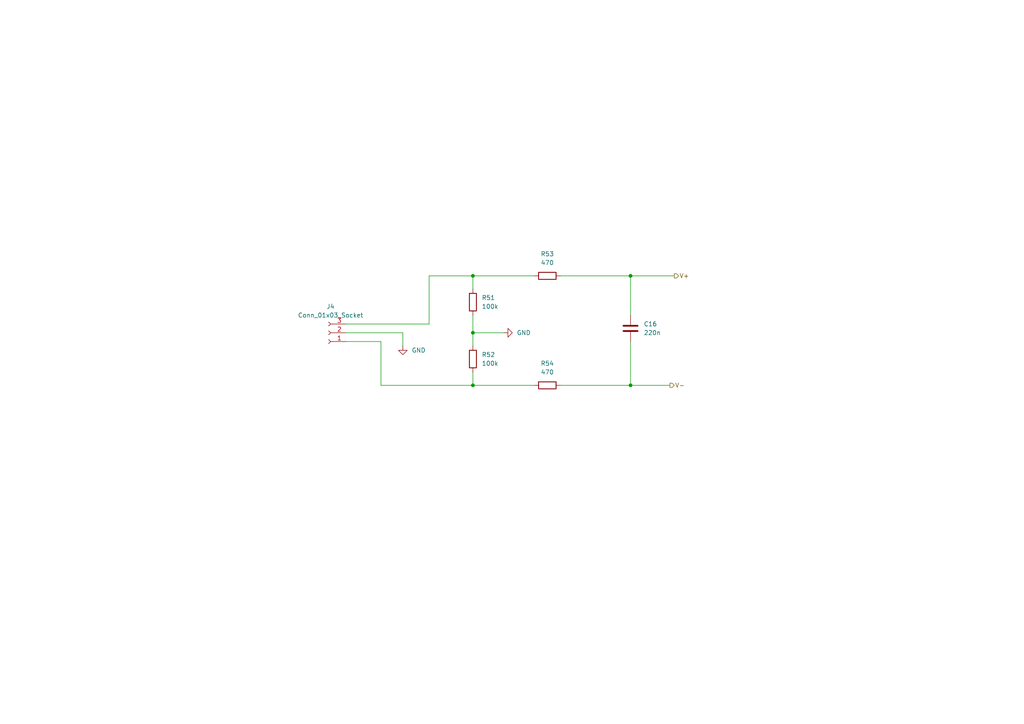
<source format=kicad_sch>
(kicad_sch (version 20230121) (generator eeschema)
  (paper "A4")
  (lib_symbols
    (symbol "Connector:Conn_01x03_Socket" (pin_names (offset 1.016) hide)
      (property "Reference" "J" (at 0 5.08 0))
      (property "Value" "Conn_01x03_Socket" (at 0 -5.08 0))
      (symbol "Conn_01x03_Socket_1_1"
        (arc (start 0 -2.032) (mid -0.5058 -2.54) (end 0 -3.048) (stroke (width 0.1524)))
        (polyline (pts (xy -1.27 -2.54) (xy -0.508 -2.54)) (stroke (width 0.1524)))
        (polyline (pts (xy -1.27 0) (xy -0.508 0)) (stroke (width 0.1524)))
        (polyline (pts (xy -1.27 2.54) (xy -0.508 2.54)) (stroke (width 0.1524)))
        (arc (start 0 0.508) (mid -0.5058 0) (end 0 -0.508) (stroke (width 0.1524)))
        (arc (start 0 3.048) (mid -0.5058 2.54) (end 0 2.032) (stroke (width 0.1524)))
        (pin passive line (at -5.08 2.54 0) (length 3.81) (name "Pin_1") (number "1"))
        (pin passive line (at -5.08 0 0) (length 3.81) (name "Pin_2") (number "2"))
        (pin passive line (at -5.08 -2.54 0) (length 3.81) (name "Pin_3") (number "3"))
      )
    )
    (symbol "Device:C" (pin_numbers hide) (pin_names (offset 0.254))
      (property "Reference" "C" (at 0.635 2.54 0))
      (property "Value" "C" (at 0.635 -2.54 0))
      (symbol "C_0_1"
        (polyline (pts (xy -2.032 -0.762) (xy 2.032 -0.762)) (stroke (width 0.508)))
        (polyline (pts (xy -2.032 0.762) (xy 2.032 0.762)) (stroke (width 0.508)))
      )
      (symbol "C_1_1"
        (pin passive line (at 0 3.81 270) (length 2.794) (name "~") (number "1"))
        (pin passive line (at 0 -3.81 90) (length 2.794) (name "~") (number "2"))
      )
    )
    (symbol "Device:R" (pin_numbers hide) (pin_names (offset 0))
      (property "Reference" "R" (at 2.032 0 90))
      (property "Value" "R" (at 0 0 90))
      (symbol "R_0_1"
        (rectangle (start -1.016 -2.54) (end 1.016 2.54) (stroke (width 0.254)))
      )
      (symbol "R_1_1"
        (pin passive line (at 0 3.81 270) (length 1.27) (name "~") (number "1"))
        (pin passive line (at 0 -3.81 90) (length 1.27) (name "~") (number "2"))
      )
    )
    (symbol "power:GND" (power) (pin_names (offset 0))
      (property "Value" "GND" (at 0 -3.81 0))
      (symbol "GND_0_1"
        (polyline (pts (xy 0 0) (xy 0 -1.27) (xy 1.27 -1.27) (xy 0 -2.54) (xy -1.27 -1.27) (xy 0 -1.27)))
      )
      (symbol "GND_1_1"
        (pin power_in line (at 0 0 270) (length 0) hide (name "GND") (number "1"))
      )
    )
  )
  (junction (at 182.88 111.76))
  (junction (at 182.88 80.01))
  (junction (at 137.16 111.76))
  (junction (at 137.16 80.01))
  (junction (at 137.16 96.52))
  (wire (pts (xy 137.16 83.82) (xy 137.16 80.01)))
  (wire (pts (xy 137.16 96.52) (xy 137.16 100.33)))
  (wire (pts (xy 100.33 93.98) (xy 124.46 93.98)))
  (wire (pts (xy 100.33 96.52) (xy 116.84 96.52)))
  (wire (pts (xy 124.46 93.98) (xy 124.46 80.01)))
  (wire (pts (xy 116.84 96.52) (xy 116.84 100.33)))
  (wire (pts (xy 162.56 111.76) (xy 182.88 111.76)))
  (wire (pts (xy 137.16 91.44) (xy 137.16 96.52)))
  (wire (pts (xy 182.88 80.01) (xy 162.56 80.01)))
  (wire (pts (xy 137.16 96.52) (xy 146.05 96.52)))
  (wire (pts (xy 137.16 111.76) (xy 154.94 111.76)))
  (wire (pts (xy 182.88 80.01) (xy 195.58 80.01)))
  (wire (pts (xy 182.88 91.44) (xy 182.88 80.01)))
  (wire (pts (xy 182.88 111.76) (xy 182.88 99.06)))
  (wire (pts (xy 124.46 80.01) (xy 137.16 80.01)))
  (wire (pts (xy 137.16 107.95) (xy 137.16 111.76)))
  (wire (pts (xy 182.88 111.76) (xy 194.31 111.76)))
  (wire (pts (xy 100.33 99.06) (xy 110.49 99.06)))
  (wire (pts (xy 137.16 80.01) (xy 154.94 80.01)))
  (wire (pts (xy 110.49 111.76) (xy 110.49 99.06)))
  (wire (pts (xy 110.49 111.76) (xy 137.16 111.76)))
  (hierarchical_label "V+" (shape output) (at 195.58 80.01 0))
  (hierarchical_label "V-" (shape output) (at 194.31 111.76 0))
  (symbol (lib_id "Device:C") (at 182.88 95.25 0) (unit 1)
    (property "Reference" "C16" (at 186.69 93.9799 0) (effects (justify left)))
    (property "Value" "220n" (at 186.69 96.5199 0) (effects (justify left)))
    (property "Footprint" "Capacitor_SMD:C_0603_1608Metric_Pad1.08x0.95mm_HandSolder" (effects hide))
    (property "Description" "X7R, 16V" (effects hide))
    (property "MANUFACTURER" "TDK" (effects hide))
    (property "MP" "CGA3E3X7R1H224K080AB" (effects hide))
    (instances (project "Seismometer" (path "" (reference "C16") (unit 1)) (path "" (reference "C17") (unit 1)) (path "" (reference "C18") (unit 1))))
  )
  (symbol (lib_id "Device:R") (at 137.16 87.63 180) (unit 1)
    (property "Reference" "R51" (at 139.7 86.3599 0) (effects (justify right)))
    (property "Value" "100k" (at 139.7 88.8999 0) (effects (justify right)))
    (property "Footprint" "Resistor_SMD:R_0603_1608Metric" (effects hide))
    (property "MANUFACTURER" "VISHAY" (effects hide))
    (property "MP" "CRCW0603100KFKEA" (effects hide))
    (instances (project "Seismometer" (path "" (reference "R51") (unit 1)) (path "" (reference "R55") (unit 1)) (path "" (reference "R59") (unit 1))))
  )
  (symbol (lib_id "Connector:Conn_01x03_Socket") (at 95.25 96.52 180) (unit 1)
    (property "Reference" "J4" (at 95.885 88.9 0))
    (property "Value" "Conn_01x03_Socket" (at 95.885 91.44 0))
    (property "Footprint" "Connector_PinHeader_2.54mm:PinHeader_1x03_P2.54mm_Horizontal" (effects hide))
    (property "Description" "2.54mm right angle pin headers" (effects hide))
    (property "MANUFACTURER" "MOLEX" (effects hide))
    (property "MP" "22-12-4032" (effects hide))
    (instances (project "Seismometer" (path "" (reference "J4") (unit 1)) (path "" (reference "J5") (unit 1)) (path "" (reference "J6") (unit 1))))
  )
  (symbol (lib_id "Device:R") (at 137.16 104.14 180) (unit 1)
    (property "Reference" "R52" (at 139.7 102.87 0) (effects (justify right)))
    (property "Value" "100k" (at 139.7 105.41 0) (effects (justify right)))
    (property "Footprint" "Resistor_SMD:R_0603_1608Metric" (effects hide))
    (property "MANUFACTURER" "VISHAY" (effects hide))
    (property "MP" "CRCW0603100KFKEA" (effects hide))
    (instances (project "Seismometer" (path "" (reference "R52") (unit 1)) (path "" (reference "R56") (unit 1)) (path "" (reference "R60") (unit 1))))
  )
  (symbol (lib_id "Device:R") (at 158.75 111.76 270) (unit 1)
    (property "Reference" "R54" (at 158.75 105.41 90))
    (property "Value" "470" (at 158.75 107.95 90))
    (property "Footprint" "Resistor_SMD:R_0603_1608Metric" (effects hide))
    (property "MANUFACTURER" "VISHAY" (effects hide))
    (property "MP" "CRCW0603470RFKEA" (effects hide))
    (instances (project "Seismometer" (path "" (reference "R54") (unit 1)) (path "" (reference "R58") (unit 1)) (path "" (reference "R62") (unit 1))))
  )
  (symbol (lib_id "power:GND") (at 116.84 100.33 0) (unit 1)
    (property "Reference" "#PWR018" (effects hide))
    (property "Value" "GND" (at 119.38 101.5999 0) (effects (justify left)))
    (instances (project "Seismometer" (path "" (reference "#PWR018") (unit 1)) (path "" (reference "#PWR020") (unit 1)) (path "" (reference "#PWR022") (unit 1))))
  )
  (symbol (lib_id "Device:R") (at 158.75 80.01 270) (unit 1)
    (property "Reference" "R53" (at 158.75 73.66 90))
    (property "Value" "470" (at 158.75 76.2 90))
    (property "Footprint" "Resistor_SMD:R_0603_1608Metric" (effects hide))
    (property "MANUFACTURER" "VISHAY" (effects hide))
    (property "MP" "CRCW0603470RFKEA" (effects hide))
    (instances (project "Seismometer" (path "" (reference "R53") (unit 1)) (path "" (reference "R57") (unit 1)) (path "" (reference "R61") (unit 1))))
  )
  (symbol (lib_id "power:GND") (at 146.05 96.52 90) (unit 1)
    (property "Reference" "#PWR019" (effects hide))
    (property "Value" "GND" (at 149.86 96.5199 90) (effects (justify right)))
    (instances (project "Seismometer" (path "" (reference "#PWR019") (unit 1)) (path "" (reference "#PWR021") (unit 1)) (path "" (reference "#PWR023") (unit 1))))
  )
)
</source>
